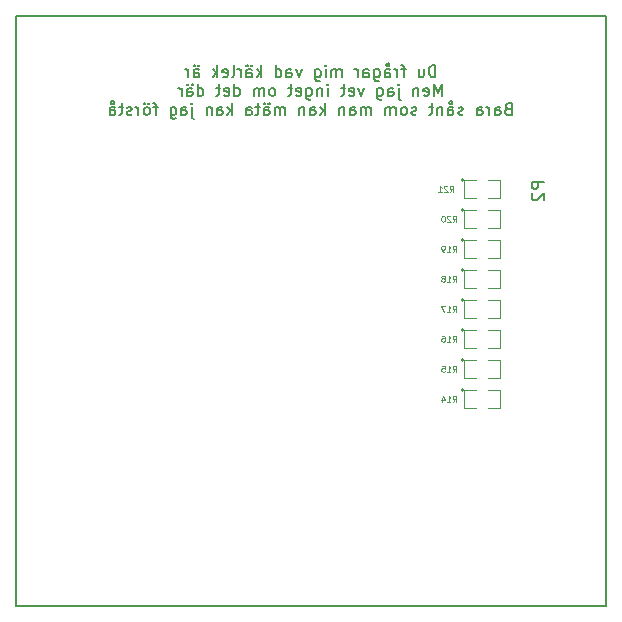
<source format=gbo>
G04 (created by PCBNEW (2013-mar-13)-testing) date Thu 04 Apr 2013 06:24:57 PM CEST*
%MOIN*%
G04 Gerber Fmt 3.4, Leading zero omitted, Abs format*
%FSLAX34Y34*%
G01*
G70*
G90*
G04 APERTURE LIST*
%ADD10C,0.006*%
%ADD11C,0.00787402*%
%ADD12C,0.00590551*%
%ADD13C,0.0039*%
%ADD14C,0.0043*%
G04 APERTURE END LIST*
G54D10*
G54D11*
X78952Y-51259D02*
X78952Y-50865D01*
X78858Y-50865D01*
X78802Y-50884D01*
X78765Y-50921D01*
X78746Y-50959D01*
X78727Y-51034D01*
X78727Y-51090D01*
X78746Y-51165D01*
X78765Y-51203D01*
X78802Y-51240D01*
X78858Y-51259D01*
X78952Y-51259D01*
X78390Y-50996D02*
X78390Y-51259D01*
X78558Y-50996D02*
X78558Y-51203D01*
X78540Y-51240D01*
X78502Y-51259D01*
X78446Y-51259D01*
X78408Y-51240D01*
X78390Y-51221D01*
X77958Y-50996D02*
X77808Y-50996D01*
X77902Y-51259D02*
X77902Y-50921D01*
X77883Y-50884D01*
X77846Y-50865D01*
X77808Y-50865D01*
X77677Y-51259D02*
X77677Y-50996D01*
X77677Y-51071D02*
X77659Y-51034D01*
X77640Y-51015D01*
X77602Y-50996D01*
X77565Y-50996D01*
X77265Y-51259D02*
X77265Y-51053D01*
X77284Y-51015D01*
X77321Y-50996D01*
X77396Y-50996D01*
X77434Y-51015D01*
X77265Y-51240D02*
X77302Y-51259D01*
X77396Y-51259D01*
X77434Y-51240D01*
X77452Y-51203D01*
X77452Y-51165D01*
X77434Y-51128D01*
X77396Y-51109D01*
X77302Y-51109D01*
X77265Y-51090D01*
X77359Y-50903D02*
X77396Y-50884D01*
X77415Y-50846D01*
X77396Y-50809D01*
X77359Y-50790D01*
X77321Y-50809D01*
X77302Y-50846D01*
X77321Y-50884D01*
X77359Y-50903D01*
X76909Y-50996D02*
X76909Y-51315D01*
X76927Y-51353D01*
X76946Y-51371D01*
X76984Y-51390D01*
X77040Y-51390D01*
X77077Y-51371D01*
X76909Y-51240D02*
X76946Y-51259D01*
X77021Y-51259D01*
X77059Y-51240D01*
X77077Y-51221D01*
X77096Y-51184D01*
X77096Y-51071D01*
X77077Y-51034D01*
X77059Y-51015D01*
X77021Y-50996D01*
X76946Y-50996D01*
X76909Y-51015D01*
X76552Y-51259D02*
X76552Y-51053D01*
X76571Y-51015D01*
X76609Y-50996D01*
X76684Y-50996D01*
X76721Y-51015D01*
X76552Y-51240D02*
X76590Y-51259D01*
X76684Y-51259D01*
X76721Y-51240D01*
X76740Y-51203D01*
X76740Y-51165D01*
X76721Y-51128D01*
X76684Y-51109D01*
X76590Y-51109D01*
X76552Y-51090D01*
X76365Y-51259D02*
X76365Y-50996D01*
X76365Y-51071D02*
X76346Y-51034D01*
X76327Y-51015D01*
X76290Y-50996D01*
X76252Y-50996D01*
X75821Y-51259D02*
X75821Y-50996D01*
X75821Y-51034D02*
X75802Y-51015D01*
X75765Y-50996D01*
X75709Y-50996D01*
X75671Y-51015D01*
X75653Y-51053D01*
X75653Y-51259D01*
X75653Y-51053D02*
X75634Y-51015D01*
X75596Y-50996D01*
X75540Y-50996D01*
X75503Y-51015D01*
X75484Y-51053D01*
X75484Y-51259D01*
X75296Y-51259D02*
X75296Y-50996D01*
X75296Y-50865D02*
X75315Y-50884D01*
X75296Y-50903D01*
X75278Y-50884D01*
X75296Y-50865D01*
X75296Y-50903D01*
X74940Y-50996D02*
X74940Y-51315D01*
X74959Y-51353D01*
X74978Y-51371D01*
X75015Y-51390D01*
X75071Y-51390D01*
X75109Y-51371D01*
X74940Y-51240D02*
X74978Y-51259D01*
X75053Y-51259D01*
X75090Y-51240D01*
X75109Y-51221D01*
X75128Y-51184D01*
X75128Y-51071D01*
X75109Y-51034D01*
X75090Y-51015D01*
X75053Y-50996D01*
X74978Y-50996D01*
X74940Y-51015D01*
X74490Y-50996D02*
X74396Y-51259D01*
X74303Y-50996D01*
X73984Y-51259D02*
X73984Y-51053D01*
X74003Y-51015D01*
X74040Y-50996D01*
X74115Y-50996D01*
X74153Y-51015D01*
X73984Y-51240D02*
X74021Y-51259D01*
X74115Y-51259D01*
X74153Y-51240D01*
X74171Y-51203D01*
X74171Y-51165D01*
X74153Y-51128D01*
X74115Y-51109D01*
X74021Y-51109D01*
X73984Y-51090D01*
X73628Y-51259D02*
X73628Y-50865D01*
X73628Y-51240D02*
X73665Y-51259D01*
X73740Y-51259D01*
X73778Y-51240D01*
X73797Y-51221D01*
X73815Y-51184D01*
X73815Y-51071D01*
X73797Y-51034D01*
X73778Y-51015D01*
X73740Y-50996D01*
X73665Y-50996D01*
X73628Y-51015D01*
X73140Y-51259D02*
X73140Y-50865D01*
X73103Y-51109D02*
X72990Y-51259D01*
X72990Y-50996D02*
X73140Y-51146D01*
X72653Y-51259D02*
X72653Y-51053D01*
X72672Y-51015D01*
X72709Y-50996D01*
X72784Y-50996D01*
X72822Y-51015D01*
X72653Y-51240D02*
X72690Y-51259D01*
X72784Y-51259D01*
X72822Y-51240D01*
X72840Y-51203D01*
X72840Y-51165D01*
X72822Y-51128D01*
X72784Y-51109D01*
X72690Y-51109D01*
X72653Y-51090D01*
X72822Y-50865D02*
X72803Y-50884D01*
X72822Y-50903D01*
X72840Y-50884D01*
X72822Y-50865D01*
X72822Y-50903D01*
X72672Y-50865D02*
X72653Y-50884D01*
X72672Y-50903D01*
X72690Y-50884D01*
X72672Y-50865D01*
X72672Y-50903D01*
X72465Y-51259D02*
X72465Y-50996D01*
X72465Y-51071D02*
X72447Y-51034D01*
X72428Y-51015D01*
X72390Y-50996D01*
X72353Y-50996D01*
X72165Y-51259D02*
X72203Y-51240D01*
X72222Y-51203D01*
X72222Y-50865D01*
X71865Y-51240D02*
X71903Y-51259D01*
X71978Y-51259D01*
X72015Y-51240D01*
X72034Y-51203D01*
X72034Y-51053D01*
X72015Y-51015D01*
X71978Y-50996D01*
X71903Y-50996D01*
X71865Y-51015D01*
X71847Y-51053D01*
X71847Y-51090D01*
X72034Y-51128D01*
X71678Y-51259D02*
X71678Y-50865D01*
X71641Y-51109D02*
X71528Y-51259D01*
X71528Y-50996D02*
X71678Y-51146D01*
X70891Y-51259D02*
X70891Y-51053D01*
X70909Y-51015D01*
X70947Y-50996D01*
X71022Y-50996D01*
X71059Y-51015D01*
X70891Y-51240D02*
X70928Y-51259D01*
X71022Y-51259D01*
X71059Y-51240D01*
X71078Y-51203D01*
X71078Y-51165D01*
X71059Y-51128D01*
X71022Y-51109D01*
X70928Y-51109D01*
X70891Y-51090D01*
X71059Y-50865D02*
X71041Y-50884D01*
X71059Y-50903D01*
X71078Y-50884D01*
X71059Y-50865D01*
X71059Y-50903D01*
X70909Y-50865D02*
X70891Y-50884D01*
X70909Y-50903D01*
X70928Y-50884D01*
X70909Y-50865D01*
X70909Y-50903D01*
X70703Y-51259D02*
X70703Y-50996D01*
X70703Y-51071D02*
X70684Y-51034D01*
X70666Y-51015D01*
X70628Y-50996D01*
X70591Y-50996D01*
X79168Y-51889D02*
X79168Y-51495D01*
X79036Y-51776D01*
X78905Y-51495D01*
X78905Y-51889D01*
X78568Y-51870D02*
X78605Y-51889D01*
X78680Y-51889D01*
X78718Y-51870D01*
X78737Y-51833D01*
X78737Y-51683D01*
X78718Y-51645D01*
X78680Y-51626D01*
X78605Y-51626D01*
X78568Y-51645D01*
X78549Y-51683D01*
X78549Y-51720D01*
X78737Y-51758D01*
X78380Y-51626D02*
X78380Y-51889D01*
X78380Y-51664D02*
X78362Y-51645D01*
X78324Y-51626D01*
X78268Y-51626D01*
X78230Y-51645D01*
X78212Y-51683D01*
X78212Y-51889D01*
X77724Y-51626D02*
X77724Y-51964D01*
X77743Y-52001D01*
X77780Y-52020D01*
X77799Y-52020D01*
X77724Y-51495D02*
X77743Y-51514D01*
X77724Y-51533D01*
X77705Y-51514D01*
X77724Y-51495D01*
X77724Y-51533D01*
X77368Y-51889D02*
X77368Y-51683D01*
X77387Y-51645D01*
X77424Y-51626D01*
X77499Y-51626D01*
X77537Y-51645D01*
X77368Y-51870D02*
X77405Y-51889D01*
X77499Y-51889D01*
X77537Y-51870D01*
X77555Y-51833D01*
X77555Y-51795D01*
X77537Y-51758D01*
X77499Y-51739D01*
X77405Y-51739D01*
X77368Y-51720D01*
X77012Y-51626D02*
X77012Y-51945D01*
X77030Y-51983D01*
X77049Y-52001D01*
X77087Y-52020D01*
X77143Y-52020D01*
X77180Y-52001D01*
X77012Y-51870D02*
X77049Y-51889D01*
X77124Y-51889D01*
X77162Y-51870D01*
X77180Y-51851D01*
X77199Y-51814D01*
X77199Y-51701D01*
X77180Y-51664D01*
X77162Y-51645D01*
X77124Y-51626D01*
X77049Y-51626D01*
X77012Y-51645D01*
X76562Y-51626D02*
X76468Y-51889D01*
X76374Y-51626D01*
X76074Y-51870D02*
X76112Y-51889D01*
X76187Y-51889D01*
X76224Y-51870D01*
X76243Y-51833D01*
X76243Y-51683D01*
X76224Y-51645D01*
X76187Y-51626D01*
X76112Y-51626D01*
X76074Y-51645D01*
X76056Y-51683D01*
X76056Y-51720D01*
X76243Y-51758D01*
X75943Y-51626D02*
X75793Y-51626D01*
X75887Y-51495D02*
X75887Y-51833D01*
X75868Y-51870D01*
X75831Y-51889D01*
X75793Y-51889D01*
X75362Y-51889D02*
X75362Y-51626D01*
X75362Y-51495D02*
X75381Y-51514D01*
X75362Y-51533D01*
X75343Y-51514D01*
X75362Y-51495D01*
X75362Y-51533D01*
X75174Y-51626D02*
X75174Y-51889D01*
X75174Y-51664D02*
X75156Y-51645D01*
X75118Y-51626D01*
X75062Y-51626D01*
X75024Y-51645D01*
X75006Y-51683D01*
X75006Y-51889D01*
X74650Y-51626D02*
X74650Y-51945D01*
X74668Y-51983D01*
X74687Y-52001D01*
X74725Y-52020D01*
X74781Y-52020D01*
X74818Y-52001D01*
X74650Y-51870D02*
X74687Y-51889D01*
X74762Y-51889D01*
X74800Y-51870D01*
X74818Y-51851D01*
X74837Y-51814D01*
X74837Y-51701D01*
X74818Y-51664D01*
X74800Y-51645D01*
X74762Y-51626D01*
X74687Y-51626D01*
X74650Y-51645D01*
X74312Y-51870D02*
X74350Y-51889D01*
X74425Y-51889D01*
X74462Y-51870D01*
X74481Y-51833D01*
X74481Y-51683D01*
X74462Y-51645D01*
X74425Y-51626D01*
X74350Y-51626D01*
X74312Y-51645D01*
X74293Y-51683D01*
X74293Y-51720D01*
X74481Y-51758D01*
X74181Y-51626D02*
X74031Y-51626D01*
X74125Y-51495D02*
X74125Y-51833D01*
X74106Y-51870D01*
X74068Y-51889D01*
X74031Y-51889D01*
X73543Y-51889D02*
X73581Y-51870D01*
X73600Y-51851D01*
X73618Y-51814D01*
X73618Y-51701D01*
X73600Y-51664D01*
X73581Y-51645D01*
X73543Y-51626D01*
X73487Y-51626D01*
X73450Y-51645D01*
X73431Y-51664D01*
X73412Y-51701D01*
X73412Y-51814D01*
X73431Y-51851D01*
X73450Y-51870D01*
X73487Y-51889D01*
X73543Y-51889D01*
X73243Y-51889D02*
X73243Y-51626D01*
X73243Y-51664D02*
X73225Y-51645D01*
X73187Y-51626D01*
X73131Y-51626D01*
X73093Y-51645D01*
X73075Y-51683D01*
X73075Y-51889D01*
X73075Y-51683D02*
X73056Y-51645D01*
X73018Y-51626D01*
X72962Y-51626D01*
X72925Y-51645D01*
X72906Y-51683D01*
X72906Y-51889D01*
X72250Y-51889D02*
X72250Y-51495D01*
X72250Y-51870D02*
X72287Y-51889D01*
X72362Y-51889D01*
X72400Y-51870D01*
X72419Y-51851D01*
X72437Y-51814D01*
X72437Y-51701D01*
X72419Y-51664D01*
X72400Y-51645D01*
X72362Y-51626D01*
X72287Y-51626D01*
X72250Y-51645D01*
X71912Y-51870D02*
X71950Y-51889D01*
X72025Y-51889D01*
X72062Y-51870D01*
X72081Y-51833D01*
X72081Y-51683D01*
X72062Y-51645D01*
X72025Y-51626D01*
X71950Y-51626D01*
X71912Y-51645D01*
X71894Y-51683D01*
X71894Y-51720D01*
X72081Y-51758D01*
X71781Y-51626D02*
X71631Y-51626D01*
X71725Y-51495D02*
X71725Y-51833D01*
X71706Y-51870D01*
X71669Y-51889D01*
X71631Y-51889D01*
X71031Y-51889D02*
X71031Y-51495D01*
X71031Y-51870D02*
X71069Y-51889D01*
X71144Y-51889D01*
X71181Y-51870D01*
X71200Y-51851D01*
X71219Y-51814D01*
X71219Y-51701D01*
X71200Y-51664D01*
X71181Y-51645D01*
X71144Y-51626D01*
X71069Y-51626D01*
X71031Y-51645D01*
X70675Y-51889D02*
X70675Y-51683D01*
X70694Y-51645D01*
X70731Y-51626D01*
X70806Y-51626D01*
X70844Y-51645D01*
X70675Y-51870D02*
X70713Y-51889D01*
X70806Y-51889D01*
X70844Y-51870D01*
X70862Y-51833D01*
X70862Y-51795D01*
X70844Y-51758D01*
X70806Y-51739D01*
X70713Y-51739D01*
X70675Y-51720D01*
X70844Y-51495D02*
X70825Y-51514D01*
X70844Y-51533D01*
X70862Y-51514D01*
X70844Y-51495D01*
X70844Y-51533D01*
X70694Y-51495D02*
X70675Y-51514D01*
X70694Y-51533D01*
X70713Y-51514D01*
X70694Y-51495D01*
X70694Y-51533D01*
X70488Y-51889D02*
X70488Y-51626D01*
X70488Y-51701D02*
X70469Y-51664D01*
X70450Y-51645D01*
X70413Y-51626D01*
X70375Y-51626D01*
X81371Y-52312D02*
X81314Y-52331D01*
X81296Y-52350D01*
X81277Y-52387D01*
X81277Y-52444D01*
X81296Y-52481D01*
X81314Y-52500D01*
X81352Y-52519D01*
X81502Y-52519D01*
X81502Y-52125D01*
X81371Y-52125D01*
X81333Y-52144D01*
X81314Y-52162D01*
X81296Y-52200D01*
X81296Y-52237D01*
X81314Y-52275D01*
X81333Y-52294D01*
X81371Y-52312D01*
X81502Y-52312D01*
X80939Y-52519D02*
X80939Y-52312D01*
X80958Y-52275D01*
X80996Y-52256D01*
X81071Y-52256D01*
X81108Y-52275D01*
X80939Y-52500D02*
X80977Y-52519D01*
X81071Y-52519D01*
X81108Y-52500D01*
X81127Y-52462D01*
X81127Y-52425D01*
X81108Y-52387D01*
X81071Y-52369D01*
X80977Y-52369D01*
X80939Y-52350D01*
X80752Y-52519D02*
X80752Y-52256D01*
X80752Y-52331D02*
X80733Y-52294D01*
X80714Y-52275D01*
X80677Y-52256D01*
X80639Y-52256D01*
X80339Y-52519D02*
X80339Y-52312D01*
X80358Y-52275D01*
X80396Y-52256D01*
X80471Y-52256D01*
X80508Y-52275D01*
X80339Y-52500D02*
X80377Y-52519D01*
X80471Y-52519D01*
X80508Y-52500D01*
X80527Y-52462D01*
X80527Y-52425D01*
X80508Y-52387D01*
X80471Y-52369D01*
X80377Y-52369D01*
X80339Y-52350D01*
X79871Y-52500D02*
X79833Y-52519D01*
X79758Y-52519D01*
X79721Y-52500D01*
X79702Y-52462D01*
X79702Y-52444D01*
X79721Y-52406D01*
X79758Y-52387D01*
X79814Y-52387D01*
X79852Y-52369D01*
X79871Y-52331D01*
X79871Y-52312D01*
X79852Y-52275D01*
X79814Y-52256D01*
X79758Y-52256D01*
X79721Y-52275D01*
X79365Y-52519D02*
X79365Y-52312D01*
X79383Y-52275D01*
X79421Y-52256D01*
X79496Y-52256D01*
X79533Y-52275D01*
X79365Y-52500D02*
X79402Y-52519D01*
X79496Y-52519D01*
X79533Y-52500D01*
X79552Y-52462D01*
X79552Y-52425D01*
X79533Y-52387D01*
X79496Y-52369D01*
X79402Y-52369D01*
X79365Y-52350D01*
X79458Y-52162D02*
X79496Y-52144D01*
X79515Y-52106D01*
X79496Y-52069D01*
X79458Y-52050D01*
X79421Y-52069D01*
X79402Y-52106D01*
X79421Y-52144D01*
X79458Y-52162D01*
X79177Y-52256D02*
X79177Y-52519D01*
X79177Y-52294D02*
X79158Y-52275D01*
X79121Y-52256D01*
X79065Y-52256D01*
X79027Y-52275D01*
X79008Y-52312D01*
X79008Y-52519D01*
X78877Y-52256D02*
X78727Y-52256D01*
X78821Y-52125D02*
X78821Y-52462D01*
X78802Y-52500D01*
X78765Y-52519D01*
X78727Y-52519D01*
X78315Y-52500D02*
X78277Y-52519D01*
X78202Y-52519D01*
X78165Y-52500D01*
X78146Y-52462D01*
X78146Y-52444D01*
X78165Y-52406D01*
X78202Y-52387D01*
X78258Y-52387D01*
X78296Y-52369D01*
X78315Y-52331D01*
X78315Y-52312D01*
X78296Y-52275D01*
X78258Y-52256D01*
X78202Y-52256D01*
X78165Y-52275D01*
X77921Y-52519D02*
X77958Y-52500D01*
X77977Y-52481D01*
X77996Y-52444D01*
X77996Y-52331D01*
X77977Y-52294D01*
X77958Y-52275D01*
X77921Y-52256D01*
X77865Y-52256D01*
X77827Y-52275D01*
X77808Y-52294D01*
X77790Y-52331D01*
X77790Y-52444D01*
X77808Y-52481D01*
X77827Y-52500D01*
X77865Y-52519D01*
X77921Y-52519D01*
X77621Y-52519D02*
X77621Y-52256D01*
X77621Y-52294D02*
X77602Y-52275D01*
X77565Y-52256D01*
X77509Y-52256D01*
X77471Y-52275D01*
X77452Y-52312D01*
X77452Y-52519D01*
X77452Y-52312D02*
X77434Y-52275D01*
X77396Y-52256D01*
X77340Y-52256D01*
X77302Y-52275D01*
X77284Y-52312D01*
X77284Y-52519D01*
X76796Y-52519D02*
X76796Y-52256D01*
X76796Y-52294D02*
X76777Y-52275D01*
X76740Y-52256D01*
X76684Y-52256D01*
X76646Y-52275D01*
X76627Y-52312D01*
X76627Y-52519D01*
X76627Y-52312D02*
X76609Y-52275D01*
X76571Y-52256D01*
X76515Y-52256D01*
X76477Y-52275D01*
X76459Y-52312D01*
X76459Y-52519D01*
X76102Y-52519D02*
X76102Y-52312D01*
X76121Y-52275D01*
X76159Y-52256D01*
X76234Y-52256D01*
X76271Y-52275D01*
X76102Y-52500D02*
X76140Y-52519D01*
X76234Y-52519D01*
X76271Y-52500D01*
X76290Y-52462D01*
X76290Y-52425D01*
X76271Y-52387D01*
X76234Y-52369D01*
X76140Y-52369D01*
X76102Y-52350D01*
X75915Y-52256D02*
X75915Y-52519D01*
X75915Y-52294D02*
X75896Y-52275D01*
X75859Y-52256D01*
X75802Y-52256D01*
X75765Y-52275D01*
X75746Y-52312D01*
X75746Y-52519D01*
X75259Y-52519D02*
X75259Y-52125D01*
X75221Y-52369D02*
X75109Y-52519D01*
X75109Y-52256D02*
X75259Y-52406D01*
X74771Y-52519D02*
X74771Y-52312D01*
X74790Y-52275D01*
X74828Y-52256D01*
X74903Y-52256D01*
X74940Y-52275D01*
X74771Y-52500D02*
X74809Y-52519D01*
X74903Y-52519D01*
X74940Y-52500D01*
X74959Y-52462D01*
X74959Y-52425D01*
X74940Y-52387D01*
X74903Y-52369D01*
X74809Y-52369D01*
X74771Y-52350D01*
X74584Y-52256D02*
X74584Y-52519D01*
X74584Y-52294D02*
X74565Y-52275D01*
X74528Y-52256D01*
X74471Y-52256D01*
X74434Y-52275D01*
X74415Y-52312D01*
X74415Y-52519D01*
X73928Y-52519D02*
X73928Y-52256D01*
X73928Y-52294D02*
X73909Y-52275D01*
X73871Y-52256D01*
X73815Y-52256D01*
X73778Y-52275D01*
X73759Y-52312D01*
X73759Y-52519D01*
X73759Y-52312D02*
X73740Y-52275D01*
X73703Y-52256D01*
X73647Y-52256D01*
X73609Y-52275D01*
X73590Y-52312D01*
X73590Y-52519D01*
X73234Y-52519D02*
X73234Y-52312D01*
X73253Y-52275D01*
X73290Y-52256D01*
X73365Y-52256D01*
X73403Y-52275D01*
X73234Y-52500D02*
X73272Y-52519D01*
X73365Y-52519D01*
X73403Y-52500D01*
X73422Y-52462D01*
X73422Y-52425D01*
X73403Y-52387D01*
X73365Y-52369D01*
X73272Y-52369D01*
X73234Y-52350D01*
X73403Y-52125D02*
X73384Y-52144D01*
X73403Y-52162D01*
X73422Y-52144D01*
X73403Y-52125D01*
X73403Y-52162D01*
X73253Y-52125D02*
X73234Y-52144D01*
X73253Y-52162D01*
X73272Y-52144D01*
X73253Y-52125D01*
X73253Y-52162D01*
X73103Y-52256D02*
X72953Y-52256D01*
X73047Y-52125D02*
X73047Y-52462D01*
X73028Y-52500D01*
X72990Y-52519D01*
X72953Y-52519D01*
X72653Y-52519D02*
X72653Y-52312D01*
X72672Y-52275D01*
X72709Y-52256D01*
X72784Y-52256D01*
X72822Y-52275D01*
X72653Y-52500D02*
X72690Y-52519D01*
X72784Y-52519D01*
X72822Y-52500D01*
X72840Y-52462D01*
X72840Y-52425D01*
X72822Y-52387D01*
X72784Y-52369D01*
X72690Y-52369D01*
X72653Y-52350D01*
X72165Y-52519D02*
X72165Y-52125D01*
X72128Y-52369D02*
X72015Y-52519D01*
X72015Y-52256D02*
X72165Y-52406D01*
X71678Y-52519D02*
X71678Y-52312D01*
X71697Y-52275D01*
X71734Y-52256D01*
X71809Y-52256D01*
X71847Y-52275D01*
X71678Y-52500D02*
X71716Y-52519D01*
X71809Y-52519D01*
X71847Y-52500D01*
X71865Y-52462D01*
X71865Y-52425D01*
X71847Y-52387D01*
X71809Y-52369D01*
X71716Y-52369D01*
X71678Y-52350D01*
X71491Y-52256D02*
X71491Y-52519D01*
X71491Y-52294D02*
X71472Y-52275D01*
X71434Y-52256D01*
X71378Y-52256D01*
X71341Y-52275D01*
X71322Y-52312D01*
X71322Y-52519D01*
X70834Y-52256D02*
X70834Y-52594D01*
X70853Y-52631D01*
X70891Y-52650D01*
X70909Y-52650D01*
X70834Y-52125D02*
X70853Y-52144D01*
X70834Y-52162D01*
X70816Y-52144D01*
X70834Y-52125D01*
X70834Y-52162D01*
X70478Y-52519D02*
X70478Y-52312D01*
X70497Y-52275D01*
X70534Y-52256D01*
X70609Y-52256D01*
X70647Y-52275D01*
X70478Y-52500D02*
X70516Y-52519D01*
X70609Y-52519D01*
X70647Y-52500D01*
X70666Y-52462D01*
X70666Y-52425D01*
X70647Y-52387D01*
X70609Y-52369D01*
X70516Y-52369D01*
X70478Y-52350D01*
X70122Y-52256D02*
X70122Y-52575D01*
X70141Y-52612D01*
X70159Y-52631D01*
X70197Y-52650D01*
X70253Y-52650D01*
X70291Y-52631D01*
X70122Y-52500D02*
X70159Y-52519D01*
X70234Y-52519D01*
X70272Y-52500D01*
X70291Y-52481D01*
X70309Y-52444D01*
X70309Y-52331D01*
X70291Y-52294D01*
X70272Y-52275D01*
X70234Y-52256D01*
X70159Y-52256D01*
X70122Y-52275D01*
X69691Y-52256D02*
X69541Y-52256D01*
X69635Y-52519D02*
X69635Y-52181D01*
X69616Y-52144D01*
X69578Y-52125D01*
X69541Y-52125D01*
X69353Y-52519D02*
X69391Y-52500D01*
X69410Y-52481D01*
X69428Y-52444D01*
X69428Y-52331D01*
X69410Y-52294D01*
X69391Y-52275D01*
X69353Y-52256D01*
X69297Y-52256D01*
X69260Y-52275D01*
X69241Y-52294D01*
X69222Y-52331D01*
X69222Y-52444D01*
X69241Y-52481D01*
X69260Y-52500D01*
X69297Y-52519D01*
X69353Y-52519D01*
X69391Y-52125D02*
X69372Y-52144D01*
X69391Y-52162D01*
X69410Y-52144D01*
X69391Y-52125D01*
X69391Y-52162D01*
X69241Y-52125D02*
X69222Y-52144D01*
X69241Y-52162D01*
X69260Y-52144D01*
X69241Y-52125D01*
X69241Y-52162D01*
X69053Y-52519D02*
X69053Y-52256D01*
X69053Y-52331D02*
X69035Y-52294D01*
X69016Y-52275D01*
X68978Y-52256D01*
X68941Y-52256D01*
X68828Y-52500D02*
X68791Y-52519D01*
X68716Y-52519D01*
X68678Y-52500D01*
X68660Y-52462D01*
X68660Y-52444D01*
X68678Y-52406D01*
X68716Y-52387D01*
X68772Y-52387D01*
X68810Y-52369D01*
X68828Y-52331D01*
X68828Y-52312D01*
X68810Y-52275D01*
X68772Y-52256D01*
X68716Y-52256D01*
X68678Y-52275D01*
X68547Y-52256D02*
X68397Y-52256D01*
X68491Y-52125D02*
X68491Y-52462D01*
X68472Y-52500D01*
X68435Y-52519D01*
X68397Y-52519D01*
X68097Y-52519D02*
X68097Y-52312D01*
X68116Y-52275D01*
X68153Y-52256D01*
X68228Y-52256D01*
X68266Y-52275D01*
X68097Y-52500D02*
X68135Y-52519D01*
X68228Y-52519D01*
X68266Y-52500D01*
X68285Y-52462D01*
X68285Y-52425D01*
X68266Y-52387D01*
X68228Y-52369D01*
X68135Y-52369D01*
X68097Y-52350D01*
X68191Y-52162D02*
X68228Y-52144D01*
X68247Y-52106D01*
X68228Y-52069D01*
X68191Y-52050D01*
X68153Y-52069D01*
X68135Y-52106D01*
X68153Y-52144D01*
X68191Y-52162D01*
G54D12*
X64960Y-49212D02*
X64960Y-68897D01*
X84645Y-49212D02*
X64960Y-49212D01*
X84645Y-68897D02*
X84645Y-49212D01*
X64960Y-68897D02*
X84645Y-68897D01*
G54D13*
X79900Y-61700D02*
G75*
G03X79900Y-61700I-50J0D01*
G74*
G01*
X80300Y-61700D02*
X79900Y-61700D01*
X79900Y-61700D02*
X79900Y-62300D01*
X79900Y-62300D02*
X80300Y-62300D01*
X80700Y-62300D02*
X81100Y-62300D01*
X81100Y-62300D02*
X81100Y-61700D01*
X81100Y-61700D02*
X80700Y-61700D01*
X79900Y-60700D02*
G75*
G03X79900Y-60700I-50J0D01*
G74*
G01*
X80300Y-60700D02*
X79900Y-60700D01*
X79900Y-60700D02*
X79900Y-61300D01*
X79900Y-61300D02*
X80300Y-61300D01*
X80700Y-61300D02*
X81100Y-61300D01*
X81100Y-61300D02*
X81100Y-60700D01*
X81100Y-60700D02*
X80700Y-60700D01*
X79900Y-59700D02*
G75*
G03X79900Y-59700I-50J0D01*
G74*
G01*
X80300Y-59700D02*
X79900Y-59700D01*
X79900Y-59700D02*
X79900Y-60300D01*
X79900Y-60300D02*
X80300Y-60300D01*
X80700Y-60300D02*
X81100Y-60300D01*
X81100Y-60300D02*
X81100Y-59700D01*
X81100Y-59700D02*
X80700Y-59700D01*
X79900Y-58700D02*
G75*
G03X79900Y-58700I-50J0D01*
G74*
G01*
X80300Y-58700D02*
X79900Y-58700D01*
X79900Y-58700D02*
X79900Y-59300D01*
X79900Y-59300D02*
X80300Y-59300D01*
X80700Y-59300D02*
X81100Y-59300D01*
X81100Y-59300D02*
X81100Y-58700D01*
X81100Y-58700D02*
X80700Y-58700D01*
X79900Y-57700D02*
G75*
G03X79900Y-57700I-50J0D01*
G74*
G01*
X80300Y-57700D02*
X79900Y-57700D01*
X79900Y-57700D02*
X79900Y-58300D01*
X79900Y-58300D02*
X80300Y-58300D01*
X80700Y-58300D02*
X81100Y-58300D01*
X81100Y-58300D02*
X81100Y-57700D01*
X81100Y-57700D02*
X80700Y-57700D01*
X79900Y-56700D02*
G75*
G03X79900Y-56700I-50J0D01*
G74*
G01*
X80300Y-56700D02*
X79900Y-56700D01*
X79900Y-56700D02*
X79900Y-57300D01*
X79900Y-57300D02*
X80300Y-57300D01*
X80700Y-57300D02*
X81100Y-57300D01*
X81100Y-57300D02*
X81100Y-56700D01*
X81100Y-56700D02*
X80700Y-56700D01*
X79900Y-55700D02*
G75*
G03X79900Y-55700I-50J0D01*
G74*
G01*
X80300Y-55700D02*
X79900Y-55700D01*
X79900Y-55700D02*
X79900Y-56300D01*
X79900Y-56300D02*
X80300Y-56300D01*
X80700Y-56300D02*
X81100Y-56300D01*
X81100Y-56300D02*
X81100Y-55700D01*
X81100Y-55700D02*
X80700Y-55700D01*
X79900Y-54700D02*
G75*
G03X79900Y-54700I-50J0D01*
G74*
G01*
X80300Y-54700D02*
X79900Y-54700D01*
X79900Y-54700D02*
X79900Y-55300D01*
X79900Y-55300D02*
X80300Y-55300D01*
X80700Y-55300D02*
X81100Y-55300D01*
X81100Y-55300D02*
X81100Y-54700D01*
X81100Y-54700D02*
X80700Y-54700D01*
G54D14*
X79526Y-62079D02*
X79592Y-61985D01*
X79639Y-62079D02*
X79639Y-61882D01*
X79564Y-61882D01*
X79545Y-61892D01*
X79536Y-61901D01*
X79526Y-61920D01*
X79526Y-61948D01*
X79536Y-61967D01*
X79545Y-61976D01*
X79564Y-61985D01*
X79639Y-61985D01*
X79339Y-62079D02*
X79451Y-62079D01*
X79395Y-62079D02*
X79395Y-61882D01*
X79414Y-61910D01*
X79432Y-61929D01*
X79451Y-61939D01*
X79170Y-61948D02*
X79170Y-62079D01*
X79217Y-61873D02*
X79263Y-62014D01*
X79142Y-62014D01*
X79526Y-61079D02*
X79592Y-60985D01*
X79639Y-61079D02*
X79639Y-60882D01*
X79564Y-60882D01*
X79545Y-60892D01*
X79536Y-60901D01*
X79526Y-60920D01*
X79526Y-60948D01*
X79536Y-60967D01*
X79545Y-60976D01*
X79564Y-60985D01*
X79639Y-60985D01*
X79339Y-61079D02*
X79451Y-61079D01*
X79395Y-61079D02*
X79395Y-60882D01*
X79414Y-60910D01*
X79432Y-60929D01*
X79451Y-60939D01*
X79160Y-60882D02*
X79254Y-60882D01*
X79263Y-60976D01*
X79254Y-60967D01*
X79235Y-60957D01*
X79188Y-60957D01*
X79170Y-60967D01*
X79160Y-60976D01*
X79151Y-60995D01*
X79151Y-61042D01*
X79160Y-61060D01*
X79170Y-61070D01*
X79188Y-61079D01*
X79235Y-61079D01*
X79254Y-61070D01*
X79263Y-61060D01*
X79526Y-60079D02*
X79592Y-59985D01*
X79639Y-60079D02*
X79639Y-59882D01*
X79564Y-59882D01*
X79545Y-59892D01*
X79536Y-59901D01*
X79526Y-59920D01*
X79526Y-59948D01*
X79536Y-59967D01*
X79545Y-59976D01*
X79564Y-59985D01*
X79639Y-59985D01*
X79339Y-60079D02*
X79451Y-60079D01*
X79395Y-60079D02*
X79395Y-59882D01*
X79414Y-59910D01*
X79432Y-59929D01*
X79451Y-59939D01*
X79170Y-59882D02*
X79207Y-59882D01*
X79226Y-59892D01*
X79235Y-59901D01*
X79254Y-59929D01*
X79263Y-59967D01*
X79263Y-60042D01*
X79254Y-60060D01*
X79245Y-60070D01*
X79226Y-60079D01*
X79188Y-60079D01*
X79170Y-60070D01*
X79160Y-60060D01*
X79151Y-60042D01*
X79151Y-59995D01*
X79160Y-59976D01*
X79170Y-59967D01*
X79188Y-59957D01*
X79226Y-59957D01*
X79245Y-59967D01*
X79254Y-59976D01*
X79263Y-59995D01*
X79526Y-59079D02*
X79592Y-58985D01*
X79639Y-59079D02*
X79639Y-58882D01*
X79564Y-58882D01*
X79545Y-58892D01*
X79536Y-58901D01*
X79526Y-58920D01*
X79526Y-58948D01*
X79536Y-58967D01*
X79545Y-58976D01*
X79564Y-58985D01*
X79639Y-58985D01*
X79339Y-59079D02*
X79451Y-59079D01*
X79395Y-59079D02*
X79395Y-58882D01*
X79414Y-58910D01*
X79432Y-58929D01*
X79451Y-58939D01*
X79273Y-58882D02*
X79142Y-58882D01*
X79226Y-59079D01*
X79526Y-58079D02*
X79592Y-57985D01*
X79639Y-58079D02*
X79639Y-57882D01*
X79564Y-57882D01*
X79545Y-57892D01*
X79536Y-57901D01*
X79526Y-57920D01*
X79526Y-57948D01*
X79536Y-57967D01*
X79545Y-57976D01*
X79564Y-57985D01*
X79639Y-57985D01*
X79339Y-58079D02*
X79451Y-58079D01*
X79395Y-58079D02*
X79395Y-57882D01*
X79414Y-57910D01*
X79432Y-57929D01*
X79451Y-57939D01*
X79226Y-57967D02*
X79245Y-57957D01*
X79254Y-57948D01*
X79263Y-57929D01*
X79263Y-57920D01*
X79254Y-57901D01*
X79245Y-57892D01*
X79226Y-57882D01*
X79188Y-57882D01*
X79170Y-57892D01*
X79160Y-57901D01*
X79151Y-57920D01*
X79151Y-57929D01*
X79160Y-57948D01*
X79170Y-57957D01*
X79188Y-57967D01*
X79226Y-57967D01*
X79245Y-57976D01*
X79254Y-57985D01*
X79263Y-58004D01*
X79263Y-58042D01*
X79254Y-58060D01*
X79245Y-58070D01*
X79226Y-58079D01*
X79188Y-58079D01*
X79170Y-58070D01*
X79160Y-58060D01*
X79151Y-58042D01*
X79151Y-58004D01*
X79160Y-57985D01*
X79170Y-57976D01*
X79188Y-57967D01*
X79526Y-57079D02*
X79592Y-56985D01*
X79639Y-57079D02*
X79639Y-56882D01*
X79564Y-56882D01*
X79545Y-56892D01*
X79536Y-56901D01*
X79526Y-56920D01*
X79526Y-56948D01*
X79536Y-56967D01*
X79545Y-56976D01*
X79564Y-56985D01*
X79639Y-56985D01*
X79339Y-57079D02*
X79451Y-57079D01*
X79395Y-57079D02*
X79395Y-56882D01*
X79414Y-56910D01*
X79432Y-56929D01*
X79451Y-56939D01*
X79245Y-57079D02*
X79207Y-57079D01*
X79188Y-57070D01*
X79179Y-57060D01*
X79160Y-57032D01*
X79151Y-56995D01*
X79151Y-56920D01*
X79160Y-56901D01*
X79170Y-56892D01*
X79188Y-56882D01*
X79226Y-56882D01*
X79245Y-56892D01*
X79254Y-56901D01*
X79263Y-56920D01*
X79263Y-56967D01*
X79254Y-56985D01*
X79245Y-56995D01*
X79226Y-57004D01*
X79188Y-57004D01*
X79170Y-56995D01*
X79160Y-56985D01*
X79151Y-56967D01*
X79526Y-56079D02*
X79592Y-55985D01*
X79639Y-56079D02*
X79639Y-55882D01*
X79564Y-55882D01*
X79545Y-55892D01*
X79536Y-55901D01*
X79526Y-55920D01*
X79526Y-55948D01*
X79536Y-55967D01*
X79545Y-55976D01*
X79564Y-55985D01*
X79639Y-55985D01*
X79451Y-55901D02*
X79442Y-55892D01*
X79423Y-55882D01*
X79376Y-55882D01*
X79357Y-55892D01*
X79348Y-55901D01*
X79339Y-55920D01*
X79339Y-55939D01*
X79348Y-55967D01*
X79460Y-56079D01*
X79339Y-56079D01*
X79217Y-55882D02*
X79198Y-55882D01*
X79179Y-55892D01*
X79170Y-55901D01*
X79160Y-55920D01*
X79151Y-55957D01*
X79151Y-56004D01*
X79160Y-56042D01*
X79170Y-56060D01*
X79179Y-56070D01*
X79198Y-56079D01*
X79217Y-56079D01*
X79235Y-56070D01*
X79245Y-56060D01*
X79254Y-56042D01*
X79263Y-56004D01*
X79263Y-55957D01*
X79254Y-55920D01*
X79245Y-55901D01*
X79235Y-55892D01*
X79217Y-55882D01*
X79426Y-55079D02*
X79492Y-54985D01*
X79539Y-55079D02*
X79539Y-54882D01*
X79464Y-54882D01*
X79445Y-54892D01*
X79436Y-54901D01*
X79426Y-54920D01*
X79426Y-54948D01*
X79436Y-54967D01*
X79445Y-54976D01*
X79464Y-54985D01*
X79539Y-54985D01*
X79351Y-54901D02*
X79342Y-54892D01*
X79323Y-54882D01*
X79276Y-54882D01*
X79257Y-54892D01*
X79248Y-54901D01*
X79239Y-54920D01*
X79239Y-54939D01*
X79248Y-54967D01*
X79360Y-55079D01*
X79239Y-55079D01*
X79051Y-55079D02*
X79163Y-55079D01*
X79107Y-55079D02*
X79107Y-54882D01*
X79126Y-54910D01*
X79145Y-54929D01*
X79163Y-54939D01*
G54D12*
X82559Y-54759D02*
X82165Y-54759D01*
X82165Y-54909D01*
X82184Y-54946D01*
X82203Y-54965D01*
X82240Y-54984D01*
X82296Y-54984D01*
X82334Y-54965D01*
X82353Y-54946D01*
X82371Y-54909D01*
X82371Y-54759D01*
X82203Y-55134D02*
X82184Y-55153D01*
X82165Y-55190D01*
X82165Y-55284D01*
X82184Y-55321D01*
X82203Y-55340D01*
X82240Y-55359D01*
X82278Y-55359D01*
X82334Y-55340D01*
X82559Y-55115D01*
X82559Y-55359D01*
M02*

</source>
